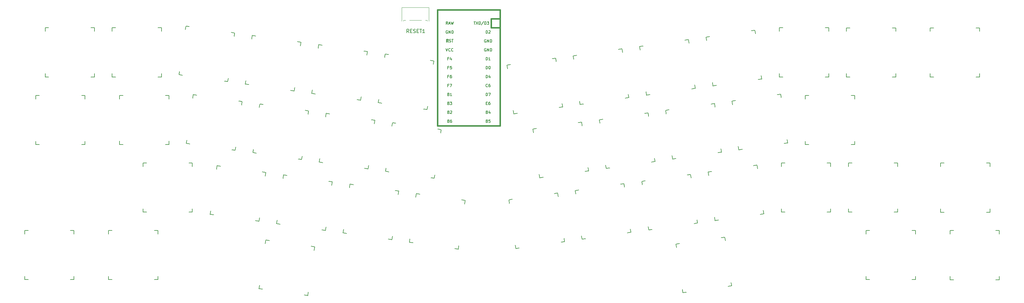
<source format=gto>
G04 #@! TF.GenerationSoftware,KiCad,Pcbnew,(5.99.0-9176-ga1730d51ff)*
G04 #@! TF.CreationDate,2021-11-18T23:05:27-06:00*
G04 #@! TF.ProjectId,Concerto,436f6e63-6572-4746-9f2e-6b696361645f,rev?*
G04 #@! TF.SameCoordinates,Original*
G04 #@! TF.FileFunction,Legend,Top*
G04 #@! TF.FilePolarity,Positive*
%FSLAX46Y46*%
G04 Gerber Fmt 4.6, Leading zero omitted, Abs format (unit mm)*
G04 Created by KiCad (PCBNEW (5.99.0-9176-ga1730d51ff)) date 2021-11-18 23:05:27*
%MOMM*%
%LPD*%
G01*
G04 APERTURE LIST*
%ADD10C,0.150000*%
%ADD11C,0.120000*%
%ADD12C,0.381000*%
%ADD13R,1.752600X1.752600*%
%ADD14C,1.752600*%
%ADD15C,1.701800*%
%ADD16C,3.987800*%
%ADD17C,3.000000*%
%ADD18C,2.100000*%
%ADD19C,1.200000*%
%ADD20C,1.750000*%
%ADD21C,3.048000*%
G04 APERTURE END LIST*
D10*
X181711428Y-74172380D02*
X181378095Y-73696190D01*
X181140000Y-74172380D02*
X181140000Y-73172380D01*
X181520952Y-73172380D01*
X181616190Y-73220000D01*
X181663809Y-73267619D01*
X181711428Y-73362857D01*
X181711428Y-73505714D01*
X181663809Y-73600952D01*
X181616190Y-73648571D01*
X181520952Y-73696190D01*
X181140000Y-73696190D01*
X182140000Y-73648571D02*
X182473333Y-73648571D01*
X182616190Y-74172380D02*
X182140000Y-74172380D01*
X182140000Y-73172380D01*
X182616190Y-73172380D01*
X182997142Y-74124761D02*
X183140000Y-74172380D01*
X183378095Y-74172380D01*
X183473333Y-74124761D01*
X183520952Y-74077142D01*
X183568571Y-73981904D01*
X183568571Y-73886666D01*
X183520952Y-73791428D01*
X183473333Y-73743809D01*
X183378095Y-73696190D01*
X183187619Y-73648571D01*
X183092380Y-73600952D01*
X183044761Y-73553333D01*
X182997142Y-73458095D01*
X182997142Y-73362857D01*
X183044761Y-73267619D01*
X183092380Y-73220000D01*
X183187619Y-73172380D01*
X183425714Y-73172380D01*
X183568571Y-73220000D01*
X183997142Y-73648571D02*
X184330476Y-73648571D01*
X184473333Y-74172380D02*
X183997142Y-74172380D01*
X183997142Y-73172380D01*
X184473333Y-73172380D01*
X184759047Y-73172380D02*
X185330476Y-73172380D01*
X185044761Y-74172380D02*
X185044761Y-73172380D01*
X186187619Y-74172380D02*
X185616190Y-74172380D01*
X185901904Y-74172380D02*
X185901904Y-73172380D01*
X185806666Y-73315238D01*
X185711428Y-73410476D01*
X185616190Y-73458095D01*
X203581476Y-76100000D02*
X203505285Y-76061904D01*
X203391000Y-76061904D01*
X203276714Y-76100000D01*
X203200523Y-76176190D01*
X203162428Y-76252380D01*
X203124333Y-76404761D01*
X203124333Y-76519047D01*
X203162428Y-76671428D01*
X203200523Y-76747619D01*
X203276714Y-76823809D01*
X203391000Y-76861904D01*
X203467190Y-76861904D01*
X203581476Y-76823809D01*
X203619571Y-76785714D01*
X203619571Y-76519047D01*
X203467190Y-76519047D01*
X203962428Y-76861904D02*
X203962428Y-76061904D01*
X204419571Y-76861904D01*
X204419571Y-76061904D01*
X204800523Y-76861904D02*
X204800523Y-76061904D01*
X204991000Y-76061904D01*
X205105285Y-76100000D01*
X205181476Y-76176190D01*
X205219571Y-76252380D01*
X205257666Y-76404761D01*
X205257666Y-76519047D01*
X205219571Y-76671428D01*
X205181476Y-76747619D01*
X205105285Y-76823809D01*
X204991000Y-76861904D01*
X204800523Y-76861904D01*
X203600523Y-84481904D02*
X203600523Y-83681904D01*
X203791000Y-83681904D01*
X203905285Y-83720000D01*
X203981476Y-83796190D01*
X204019571Y-83872380D01*
X204057666Y-84024761D01*
X204057666Y-84139047D01*
X204019571Y-84291428D01*
X203981476Y-84367619D01*
X203905285Y-84443809D01*
X203791000Y-84481904D01*
X203600523Y-84481904D01*
X204552904Y-83681904D02*
X204629095Y-83681904D01*
X204705285Y-83720000D01*
X204743380Y-83758095D01*
X204781476Y-83834285D01*
X204819571Y-83986666D01*
X204819571Y-84177142D01*
X204781476Y-84329523D01*
X204743380Y-84405714D01*
X204705285Y-84443809D01*
X204629095Y-84481904D01*
X204552904Y-84481904D01*
X204476714Y-84443809D01*
X204438619Y-84405714D01*
X204400523Y-84329523D01*
X204362428Y-84177142D01*
X204362428Y-83986666D01*
X204400523Y-83834285D01*
X204438619Y-83758095D01*
X204476714Y-83720000D01*
X204552904Y-83681904D01*
X192945190Y-99302857D02*
X193059476Y-99340952D01*
X193097571Y-99379047D01*
X193135666Y-99455238D01*
X193135666Y-99569523D01*
X193097571Y-99645714D01*
X193059476Y-99683809D01*
X192983285Y-99721904D01*
X192678523Y-99721904D01*
X192678523Y-98921904D01*
X192945190Y-98921904D01*
X193021380Y-98960000D01*
X193059476Y-98998095D01*
X193097571Y-99074285D01*
X193097571Y-99150476D01*
X193059476Y-99226666D01*
X193021380Y-99264761D01*
X192945190Y-99302857D01*
X192678523Y-99302857D01*
X193821380Y-98921904D02*
X193669000Y-98921904D01*
X193592809Y-98960000D01*
X193554714Y-98998095D01*
X193478523Y-99112380D01*
X193440428Y-99264761D01*
X193440428Y-99569523D01*
X193478523Y-99645714D01*
X193516619Y-99683809D01*
X193592809Y-99721904D01*
X193745190Y-99721904D01*
X193821380Y-99683809D01*
X193859476Y-99645714D01*
X193897571Y-99569523D01*
X193897571Y-99379047D01*
X193859476Y-99302857D01*
X193821380Y-99264761D01*
X193745190Y-99226666D01*
X193592809Y-99226666D01*
X193516619Y-99264761D01*
X193478523Y-99302857D01*
X193440428Y-99379047D01*
X193156666Y-76803809D02*
X193270952Y-76841904D01*
X193461428Y-76841904D01*
X193537619Y-76803809D01*
X193575714Y-76765714D01*
X193613809Y-76689523D01*
X193613809Y-76613333D01*
X193575714Y-76537142D01*
X193537619Y-76499047D01*
X193461428Y-76460952D01*
X193309047Y-76422857D01*
X193232857Y-76384761D01*
X193194761Y-76346666D01*
X193156666Y-76270476D01*
X193156666Y-76194285D01*
X193194761Y-76118095D01*
X193232857Y-76080000D01*
X193309047Y-76041904D01*
X193499523Y-76041904D01*
X193613809Y-76080000D01*
X193842380Y-76041904D02*
X194299523Y-76041904D01*
X194070952Y-76841904D02*
X194070952Y-76041904D01*
X203600523Y-87021904D02*
X203600523Y-86221904D01*
X203791000Y-86221904D01*
X203905285Y-86260000D01*
X203981476Y-86336190D01*
X204019571Y-86412380D01*
X204057666Y-86564761D01*
X204057666Y-86679047D01*
X204019571Y-86831428D01*
X203981476Y-86907619D01*
X203905285Y-86983809D01*
X203791000Y-87021904D01*
X203600523Y-87021904D01*
X204743380Y-86488571D02*
X204743380Y-87021904D01*
X204552904Y-86183809D02*
X204362428Y-86755238D01*
X204857666Y-86755238D01*
X203600523Y-92101904D02*
X203600523Y-91301904D01*
X203791000Y-91301904D01*
X203905285Y-91340000D01*
X203981476Y-91416190D01*
X204019571Y-91492380D01*
X204057666Y-91644761D01*
X204057666Y-91759047D01*
X204019571Y-91911428D01*
X203981476Y-91987619D01*
X203905285Y-92063809D01*
X203791000Y-92101904D01*
X203600523Y-92101904D01*
X204324333Y-91301904D02*
X204857666Y-91301904D01*
X204514809Y-92101904D01*
X200111395Y-70981904D02*
X200568538Y-70981904D01*
X200339967Y-71781904D02*
X200339967Y-70981904D01*
X200759014Y-70981904D02*
X201292348Y-71781904D01*
X201292348Y-70981904D02*
X200759014Y-71781904D01*
X201749491Y-70981904D02*
X201825681Y-70981904D01*
X201901872Y-71020000D01*
X201939967Y-71058095D01*
X201978062Y-71134285D01*
X202016157Y-71286666D01*
X202016157Y-71477142D01*
X201978062Y-71629523D01*
X201939967Y-71705714D01*
X201901872Y-71743809D01*
X201825681Y-71781904D01*
X201749491Y-71781904D01*
X201673300Y-71743809D01*
X201635205Y-71705714D01*
X201597110Y-71629523D01*
X201559014Y-71477142D01*
X201559014Y-71286666D01*
X201597110Y-71134285D01*
X201635205Y-71058095D01*
X201673300Y-71020000D01*
X201749491Y-70981904D01*
X202930443Y-70943809D02*
X202244729Y-71972380D01*
X203197110Y-71781904D02*
X203197110Y-70981904D01*
X203387586Y-70981904D01*
X203501872Y-71020000D01*
X203578062Y-71096190D01*
X203616157Y-71172380D01*
X203654252Y-71324761D01*
X203654252Y-71439047D01*
X203616157Y-71591428D01*
X203578062Y-71667619D01*
X203501872Y-71743809D01*
X203387586Y-71781904D01*
X203197110Y-71781904D01*
X203920919Y-70981904D02*
X204416157Y-70981904D01*
X204149491Y-71286666D01*
X204263776Y-71286666D01*
X204339967Y-71324761D01*
X204378062Y-71362857D01*
X204416157Y-71439047D01*
X204416157Y-71629523D01*
X204378062Y-71705714D01*
X204339967Y-71743809D01*
X204263776Y-71781904D01*
X204035205Y-71781904D01*
X203959014Y-71743809D01*
X203920919Y-71705714D01*
X193002333Y-89142857D02*
X192735666Y-89142857D01*
X192735666Y-89561904D02*
X192735666Y-88761904D01*
X193116619Y-88761904D01*
X193345190Y-88761904D02*
X193878523Y-88761904D01*
X193535666Y-89561904D01*
X203867190Y-96762857D02*
X203981476Y-96800952D01*
X204019571Y-96839047D01*
X204057666Y-96915238D01*
X204057666Y-97029523D01*
X204019571Y-97105714D01*
X203981476Y-97143809D01*
X203905285Y-97181904D01*
X203600523Y-97181904D01*
X203600523Y-96381904D01*
X203867190Y-96381904D01*
X203943380Y-96420000D01*
X203981476Y-96458095D01*
X204019571Y-96534285D01*
X204019571Y-96610476D01*
X203981476Y-96686666D01*
X203943380Y-96724761D01*
X203867190Y-96762857D01*
X203600523Y-96762857D01*
X204743380Y-96648571D02*
X204743380Y-97181904D01*
X204552904Y-96343809D02*
X204362428Y-96915238D01*
X204857666Y-96915238D01*
X203600523Y-74321904D02*
X203600523Y-73521904D01*
X203791000Y-73521904D01*
X203905285Y-73560000D01*
X203981476Y-73636190D01*
X204019571Y-73712380D01*
X204057666Y-73864761D01*
X204057666Y-73979047D01*
X204019571Y-74131428D01*
X203981476Y-74207619D01*
X203905285Y-74283809D01*
X203791000Y-74321904D01*
X203600523Y-74321904D01*
X204362428Y-73598095D02*
X204400523Y-73560000D01*
X204476714Y-73521904D01*
X204667190Y-73521904D01*
X204743380Y-73560000D01*
X204781476Y-73598095D01*
X204819571Y-73674285D01*
X204819571Y-73750476D01*
X204781476Y-73864761D01*
X204324333Y-74321904D01*
X204819571Y-74321904D01*
X203867190Y-99302857D02*
X203981476Y-99340952D01*
X204019571Y-99379047D01*
X204057666Y-99455238D01*
X204057666Y-99569523D01*
X204019571Y-99645714D01*
X203981476Y-99683809D01*
X203905285Y-99721904D01*
X203600523Y-99721904D01*
X203600523Y-98921904D01*
X203867190Y-98921904D01*
X203943380Y-98960000D01*
X203981476Y-98998095D01*
X204019571Y-99074285D01*
X204019571Y-99150476D01*
X203981476Y-99226666D01*
X203943380Y-99264761D01*
X203867190Y-99302857D01*
X203600523Y-99302857D01*
X204781476Y-98921904D02*
X204400523Y-98921904D01*
X204362428Y-99302857D01*
X204400523Y-99264761D01*
X204476714Y-99226666D01*
X204667190Y-99226666D01*
X204743380Y-99264761D01*
X204781476Y-99302857D01*
X204819571Y-99379047D01*
X204819571Y-99569523D01*
X204781476Y-99645714D01*
X204743380Y-99683809D01*
X204667190Y-99721904D01*
X204476714Y-99721904D01*
X204400523Y-99683809D01*
X204362428Y-99645714D01*
X203600523Y-81941904D02*
X203600523Y-81141904D01*
X203791000Y-81141904D01*
X203905285Y-81180000D01*
X203981476Y-81256190D01*
X204019571Y-81332380D01*
X204057666Y-81484761D01*
X204057666Y-81599047D01*
X204019571Y-81751428D01*
X203981476Y-81827619D01*
X203905285Y-81903809D01*
X203791000Y-81941904D01*
X203600523Y-81941904D01*
X204819571Y-81941904D02*
X204362428Y-81941904D01*
X204591000Y-81941904D02*
X204591000Y-81141904D01*
X204514809Y-81256190D01*
X204438619Y-81332380D01*
X204362428Y-81370476D01*
X192659476Y-73560000D02*
X192583285Y-73521904D01*
X192469000Y-73521904D01*
X192354714Y-73560000D01*
X192278523Y-73636190D01*
X192240428Y-73712380D01*
X192202333Y-73864761D01*
X192202333Y-73979047D01*
X192240428Y-74131428D01*
X192278523Y-74207619D01*
X192354714Y-74283809D01*
X192469000Y-74321904D01*
X192545190Y-74321904D01*
X192659476Y-74283809D01*
X192697571Y-74245714D01*
X192697571Y-73979047D01*
X192545190Y-73979047D01*
X193040428Y-74321904D02*
X193040428Y-73521904D01*
X193497571Y-74321904D01*
X193497571Y-73521904D01*
X193878523Y-74321904D02*
X193878523Y-73521904D01*
X194069000Y-73521904D01*
X194183285Y-73560000D01*
X194259476Y-73636190D01*
X194297571Y-73712380D01*
X194335666Y-73864761D01*
X194335666Y-73979047D01*
X194297571Y-74131428D01*
X194259476Y-74207619D01*
X194183285Y-74283809D01*
X194069000Y-74321904D01*
X193878523Y-74321904D01*
X192945190Y-94222857D02*
X193059476Y-94260952D01*
X193097571Y-94299047D01*
X193135666Y-94375238D01*
X193135666Y-94489523D01*
X193097571Y-94565714D01*
X193059476Y-94603809D01*
X192983285Y-94641904D01*
X192678523Y-94641904D01*
X192678523Y-93841904D01*
X192945190Y-93841904D01*
X193021380Y-93880000D01*
X193059476Y-93918095D01*
X193097571Y-93994285D01*
X193097571Y-94070476D01*
X193059476Y-94146666D01*
X193021380Y-94184761D01*
X192945190Y-94222857D01*
X192678523Y-94222857D01*
X193402333Y-93841904D02*
X193897571Y-93841904D01*
X193630904Y-94146666D01*
X193745190Y-94146666D01*
X193821380Y-94184761D01*
X193859476Y-94222857D01*
X193897571Y-94299047D01*
X193897571Y-94489523D01*
X193859476Y-94565714D01*
X193821380Y-94603809D01*
X193745190Y-94641904D01*
X193516619Y-94641904D01*
X193440428Y-94603809D01*
X193402333Y-94565714D01*
X204057666Y-89485714D02*
X204019571Y-89523809D01*
X203905285Y-89561904D01*
X203829095Y-89561904D01*
X203714809Y-89523809D01*
X203638619Y-89447619D01*
X203600523Y-89371428D01*
X203562428Y-89219047D01*
X203562428Y-89104761D01*
X203600523Y-88952380D01*
X203638619Y-88876190D01*
X203714809Y-88800000D01*
X203829095Y-88761904D01*
X203905285Y-88761904D01*
X204019571Y-88800000D01*
X204057666Y-88838095D01*
X204743380Y-88761904D02*
X204591000Y-88761904D01*
X204514809Y-88800000D01*
X204476714Y-88838095D01*
X204400523Y-88952380D01*
X204362428Y-89104761D01*
X204362428Y-89409523D01*
X204400523Y-89485714D01*
X204438619Y-89523809D01*
X204514809Y-89561904D01*
X204667190Y-89561904D01*
X204743380Y-89523809D01*
X204781476Y-89485714D01*
X204819571Y-89409523D01*
X204819571Y-89219047D01*
X204781476Y-89142857D01*
X204743380Y-89104761D01*
X204667190Y-89066666D01*
X204514809Y-89066666D01*
X204438619Y-89104761D01*
X204400523Y-89142857D01*
X204362428Y-89219047D01*
X193002333Y-84062857D02*
X192735666Y-84062857D01*
X192735666Y-84481904D02*
X192735666Y-83681904D01*
X193116619Y-83681904D01*
X193802333Y-83681904D02*
X193421380Y-83681904D01*
X193383285Y-84062857D01*
X193421380Y-84024761D01*
X193497571Y-83986666D01*
X193688047Y-83986666D01*
X193764238Y-84024761D01*
X193802333Y-84062857D01*
X193840428Y-84139047D01*
X193840428Y-84329523D01*
X193802333Y-84405714D01*
X193764238Y-84443809D01*
X193688047Y-84481904D01*
X193497571Y-84481904D01*
X193421380Y-84443809D01*
X193383285Y-84405714D01*
X192945190Y-91682857D02*
X193059476Y-91720952D01*
X193097571Y-91759047D01*
X193135666Y-91835238D01*
X193135666Y-91949523D01*
X193097571Y-92025714D01*
X193059476Y-92063809D01*
X192983285Y-92101904D01*
X192678523Y-92101904D01*
X192678523Y-91301904D01*
X192945190Y-91301904D01*
X193021380Y-91340000D01*
X193059476Y-91378095D01*
X193097571Y-91454285D01*
X193097571Y-91530476D01*
X193059476Y-91606666D01*
X193021380Y-91644761D01*
X192945190Y-91682857D01*
X192678523Y-91682857D01*
X193897571Y-92101904D02*
X193440428Y-92101904D01*
X193669000Y-92101904D02*
X193669000Y-91301904D01*
X193592809Y-91416190D01*
X193516619Y-91492380D01*
X193440428Y-91530476D01*
X192945190Y-96762857D02*
X193059476Y-96800952D01*
X193097571Y-96839047D01*
X193135666Y-96915238D01*
X193135666Y-97029523D01*
X193097571Y-97105714D01*
X193059476Y-97143809D01*
X192983285Y-97181904D01*
X192678523Y-97181904D01*
X192678523Y-96381904D01*
X192945190Y-96381904D01*
X193021380Y-96420000D01*
X193059476Y-96458095D01*
X193097571Y-96534285D01*
X193097571Y-96610476D01*
X193059476Y-96686666D01*
X193021380Y-96724761D01*
X192945190Y-96762857D01*
X192678523Y-96762857D01*
X193440428Y-96458095D02*
X193478523Y-96420000D01*
X193554714Y-96381904D01*
X193745190Y-96381904D01*
X193821380Y-96420000D01*
X193859476Y-96458095D01*
X193897571Y-96534285D01*
X193897571Y-96610476D01*
X193859476Y-96724761D01*
X193402333Y-97181904D01*
X193897571Y-97181904D01*
X192716619Y-71781904D02*
X192449952Y-71400952D01*
X192259476Y-71781904D02*
X192259476Y-70981904D01*
X192564238Y-70981904D01*
X192640428Y-71020000D01*
X192678523Y-71058095D01*
X192716619Y-71134285D01*
X192716619Y-71248571D01*
X192678523Y-71324761D01*
X192640428Y-71362857D01*
X192564238Y-71400952D01*
X192259476Y-71400952D01*
X193021380Y-71553333D02*
X193402333Y-71553333D01*
X192945190Y-71781904D02*
X193211857Y-70981904D01*
X193478523Y-71781904D01*
X193669000Y-70981904D02*
X193859476Y-71781904D01*
X194011857Y-71210476D01*
X194164238Y-71781904D01*
X194354714Y-70981904D01*
X192202333Y-78601904D02*
X192469000Y-79401904D01*
X192735666Y-78601904D01*
X193459476Y-79325714D02*
X193421380Y-79363809D01*
X193307095Y-79401904D01*
X193230904Y-79401904D01*
X193116619Y-79363809D01*
X193040428Y-79287619D01*
X193002333Y-79211428D01*
X192964238Y-79059047D01*
X192964238Y-78944761D01*
X193002333Y-78792380D01*
X193040428Y-78716190D01*
X193116619Y-78640000D01*
X193230904Y-78601904D01*
X193307095Y-78601904D01*
X193421380Y-78640000D01*
X193459476Y-78678095D01*
X194259476Y-79325714D02*
X194221380Y-79363809D01*
X194107095Y-79401904D01*
X194030904Y-79401904D01*
X193916619Y-79363809D01*
X193840428Y-79287619D01*
X193802333Y-79211428D01*
X193764238Y-79059047D01*
X193764238Y-78944761D01*
X193802333Y-78792380D01*
X193840428Y-78716190D01*
X193916619Y-78640000D01*
X194030904Y-78601904D01*
X194107095Y-78601904D01*
X194221380Y-78640000D01*
X194259476Y-78678095D01*
X193002333Y-86602857D02*
X192735666Y-86602857D01*
X192735666Y-87021904D02*
X192735666Y-86221904D01*
X193116619Y-86221904D01*
X193764238Y-86221904D02*
X193611857Y-86221904D01*
X193535666Y-86260000D01*
X193497571Y-86298095D01*
X193421380Y-86412380D01*
X193383285Y-86564761D01*
X193383285Y-86869523D01*
X193421380Y-86945714D01*
X193459476Y-86983809D01*
X193535666Y-87021904D01*
X193688047Y-87021904D01*
X193764238Y-86983809D01*
X193802333Y-86945714D01*
X193840428Y-86869523D01*
X193840428Y-86679047D01*
X193802333Y-86602857D01*
X193764238Y-86564761D01*
X193688047Y-86526666D01*
X193535666Y-86526666D01*
X193459476Y-86564761D01*
X193421380Y-86602857D01*
X193383285Y-86679047D01*
X203638619Y-94222857D02*
X203905285Y-94222857D01*
X204019571Y-94641904D02*
X203638619Y-94641904D01*
X203638619Y-93841904D01*
X204019571Y-93841904D01*
X204705285Y-93841904D02*
X204552904Y-93841904D01*
X204476714Y-93880000D01*
X204438619Y-93918095D01*
X204362428Y-94032380D01*
X204324333Y-94184761D01*
X204324333Y-94489523D01*
X204362428Y-94565714D01*
X204400523Y-94603809D01*
X204476714Y-94641904D01*
X204629095Y-94641904D01*
X204705285Y-94603809D01*
X204743380Y-94565714D01*
X204781476Y-94489523D01*
X204781476Y-94299047D01*
X204743380Y-94222857D01*
X204705285Y-94184761D01*
X204629095Y-94146666D01*
X204476714Y-94146666D01*
X204400523Y-94184761D01*
X204362428Y-94222857D01*
X204324333Y-94299047D01*
X203581476Y-78640000D02*
X203505285Y-78601904D01*
X203391000Y-78601904D01*
X203276714Y-78640000D01*
X203200523Y-78716190D01*
X203162428Y-78792380D01*
X203124333Y-78944761D01*
X203124333Y-79059047D01*
X203162428Y-79211428D01*
X203200523Y-79287619D01*
X203276714Y-79363809D01*
X203391000Y-79401904D01*
X203467190Y-79401904D01*
X203581476Y-79363809D01*
X203619571Y-79325714D01*
X203619571Y-79059047D01*
X203467190Y-79059047D01*
X203962428Y-79401904D02*
X203962428Y-78601904D01*
X204419571Y-79401904D01*
X204419571Y-78601904D01*
X204800523Y-79401904D02*
X204800523Y-78601904D01*
X204991000Y-78601904D01*
X205105285Y-78640000D01*
X205181476Y-78716190D01*
X205219571Y-78792380D01*
X205257666Y-78944761D01*
X205257666Y-79059047D01*
X205219571Y-79211428D01*
X205181476Y-79287619D01*
X205105285Y-79363809D01*
X204991000Y-79401904D01*
X204800523Y-79401904D01*
X193002333Y-81522857D02*
X192735666Y-81522857D01*
X192735666Y-81941904D02*
X192735666Y-81141904D01*
X193116619Y-81141904D01*
X193764238Y-81408571D02*
X193764238Y-81941904D01*
X193573761Y-81103809D02*
X193383285Y-81675238D01*
X193878523Y-81675238D01*
X288500000Y-111240000D02*
X287500000Y-111240000D01*
X287500000Y-112240000D02*
X287500000Y-111240000D01*
X300500000Y-125240000D02*
X301500000Y-125240000D01*
X287500000Y-125240000D02*
X287500000Y-124240000D01*
X287500000Y-125240000D02*
X288500000Y-125240000D01*
X301500000Y-124240000D02*
X301500000Y-125240000D01*
X301500000Y-111240000D02*
X300500000Y-111240000D01*
X301500000Y-111240000D02*
X301500000Y-112240000D01*
X137383912Y-108297665D02*
X138374180Y-108436838D01*
X137383912Y-108297665D02*
X137523085Y-107307397D01*
X139193162Y-95424180D02*
X139332335Y-94433912D01*
X140322603Y-94573085D02*
X139332335Y-94433912D01*
X153196088Y-96382335D02*
X152205820Y-96243162D01*
X150257397Y-110106915D02*
X151247665Y-110246088D01*
X151386838Y-109255820D02*
X151247665Y-110246088D01*
X153196088Y-96382335D02*
X153056915Y-97372603D01*
D11*
X186325000Y-70592500D02*
X186865000Y-70592500D01*
X180185000Y-70592500D02*
X180725000Y-70592500D01*
X186865000Y-70592500D02*
X186865000Y-70822500D01*
X180185000Y-70592500D02*
X180185000Y-70822500D01*
X181825000Y-70592500D02*
X185225000Y-70592500D01*
X179665000Y-66922500D02*
X187385000Y-66922500D01*
X187385000Y-66922500D02*
X187385000Y-70822500D01*
X179665000Y-66922500D02*
X179665000Y-70822500D01*
D10*
X169926088Y-79512335D02*
X169786915Y-80502603D01*
X168116838Y-92385820D02*
X167977665Y-93376088D01*
X154113912Y-91427665D02*
X154253085Y-90437397D01*
X155923162Y-78554180D02*
X156062335Y-77563912D01*
X154113912Y-91427665D02*
X155104180Y-91566838D01*
X157052603Y-77703085D02*
X156062335Y-77563912D01*
X169926088Y-79512335D02*
X168935820Y-79373162D01*
X166987397Y-93236915D02*
X167977665Y-93376088D01*
X244616915Y-129997397D02*
X244756088Y-130987665D01*
X243765820Y-131126838D02*
X244756088Y-130987665D01*
X229934180Y-118933162D02*
X228943912Y-119072335D01*
X242807665Y-117123912D02*
X241817397Y-117263085D01*
X230892335Y-132936088D02*
X230753162Y-131945820D01*
X242807665Y-117123912D02*
X242946838Y-118114180D01*
X230892335Y-132936088D02*
X231882603Y-132796915D01*
X229083085Y-120062603D02*
X228943912Y-119072335D01*
X99500000Y-106000000D02*
X99500000Y-105000000D01*
X113500000Y-92000000D02*
X113500000Y-93000000D01*
X113500000Y-105000000D02*
X113500000Y-106000000D01*
X99500000Y-106000000D02*
X100500000Y-106000000D01*
X100500000Y-92000000D02*
X99500000Y-92000000D01*
X112500000Y-106000000D02*
X113500000Y-106000000D01*
X113500000Y-92000000D02*
X112500000Y-92000000D01*
X99500000Y-93000000D02*
X99500000Y-92000000D01*
X86530000Y-143470000D02*
X86530000Y-144470000D01*
X85530000Y-144470000D02*
X86530000Y-144470000D01*
X86530000Y-130470000D02*
X85530000Y-130470000D01*
X73530000Y-130470000D02*
X72530000Y-130470000D01*
X72530000Y-144470000D02*
X73530000Y-144470000D01*
X72530000Y-144470000D02*
X72530000Y-143470000D01*
X86530000Y-130470000D02*
X86530000Y-131470000D01*
X72530000Y-131470000D02*
X72530000Y-130470000D01*
X181843912Y-133817665D02*
X181983085Y-132827397D01*
X183653162Y-120944180D02*
X183792335Y-119953912D01*
X195846838Y-134775820D02*
X195707665Y-135766088D01*
X197656088Y-121902335D02*
X196665820Y-121763162D01*
X197656088Y-121902335D02*
X197516915Y-122892603D01*
X194717397Y-135626915D02*
X195707665Y-135766088D01*
X184782603Y-120093085D02*
X183792335Y-119953912D01*
X181843912Y-133817665D02*
X182834180Y-133956838D01*
X268517665Y-94303912D02*
X267527397Y-94443085D01*
X254793085Y-97242603D02*
X254653912Y-96252335D01*
X268517665Y-94303912D02*
X268656838Y-95294180D01*
X255644180Y-96113162D02*
X254653912Y-96252335D01*
X269475820Y-108306838D02*
X270466088Y-108167665D01*
X256602335Y-110116088D02*
X256463162Y-109125820D01*
X256602335Y-110116088D02*
X257592603Y-109976915D01*
X270326915Y-107177397D02*
X270466088Y-108167665D01*
X175053912Y-113647665D02*
X175193085Y-112657397D01*
X187927397Y-115456915D02*
X188917665Y-115596088D01*
X175053912Y-113647665D02*
X176044180Y-113786838D01*
X190866088Y-101732335D02*
X190726915Y-102722603D01*
X176863162Y-100774180D02*
X177002335Y-99783912D01*
X189056838Y-114605820D02*
X188917665Y-115596088D01*
X177992603Y-99923085D02*
X177002335Y-99783912D01*
X190866088Y-101732335D02*
X189875820Y-101593162D01*
X250605820Y-110976838D02*
X251596088Y-110837665D01*
X249647665Y-96973912D02*
X249786838Y-97964180D01*
X237732335Y-112786088D02*
X237593162Y-111795820D01*
X249647665Y-96973912D02*
X248657397Y-97113085D01*
X251456915Y-109847397D02*
X251596088Y-110837665D01*
X236774180Y-98783162D02*
X235783912Y-98922335D01*
X235923085Y-99912603D02*
X235783912Y-98922335D01*
X237732335Y-112786088D02*
X238722603Y-112646915D01*
X212052335Y-135606088D02*
X211913162Y-134615820D01*
X223967665Y-119793912D02*
X224106838Y-120784180D01*
X224925820Y-133796838D02*
X225916088Y-133657665D01*
X225776915Y-132667397D02*
X225916088Y-133657665D01*
X212052335Y-135606088D02*
X213042603Y-135466915D01*
X210243085Y-122732603D02*
X210103912Y-121742335D01*
X223967665Y-119793912D02*
X222977397Y-119933085D01*
X211094180Y-121603162D02*
X210103912Y-121742335D01*
X97390000Y-86750000D02*
X97390000Y-85750000D01*
X97390000Y-73750000D02*
X97390000Y-72750000D01*
X111390000Y-72750000D02*
X111390000Y-73750000D01*
X97390000Y-86750000D02*
X98390000Y-86750000D01*
X111390000Y-85750000D02*
X111390000Y-86750000D01*
X111390000Y-72750000D02*
X110390000Y-72750000D01*
X110390000Y-86750000D02*
X111390000Y-86750000D01*
X98390000Y-72750000D02*
X97390000Y-72750000D01*
X165932603Y-117413085D02*
X164942335Y-117273912D01*
X176996838Y-132095820D02*
X176857665Y-133086088D01*
X178806088Y-119222335D02*
X177815820Y-119083162D01*
X162993912Y-131137665D02*
X163133085Y-130147397D01*
X162993912Y-131137665D02*
X163984180Y-131276838D01*
X175867397Y-132946915D02*
X176857665Y-133086088D01*
X178806088Y-119222335D02*
X178666915Y-120212603D01*
X164803162Y-118264180D02*
X164942335Y-117273912D01*
X158116838Y-129465820D02*
X157977665Y-130456088D01*
X159926088Y-116592335D02*
X158935820Y-116453162D01*
X144113912Y-128507665D02*
X145104180Y-128646838D01*
X156987397Y-130316915D02*
X157977665Y-130456088D01*
X145923162Y-115634180D02*
X146062335Y-114643912D01*
X159926088Y-116592335D02*
X159786915Y-117582603D01*
X144113912Y-128507665D02*
X144253085Y-127517397D01*
X147052603Y-114783085D02*
X146062335Y-114643912D01*
X273613085Y-94602603D02*
X273473912Y-93612335D01*
X289146915Y-104537397D02*
X289286088Y-105527665D01*
X287337665Y-91663912D02*
X286347397Y-91803085D01*
X288295820Y-105666838D02*
X289286088Y-105527665D01*
X287337665Y-91663912D02*
X287476838Y-92654180D01*
X274464180Y-93473162D02*
X273473912Y-93612335D01*
X275422335Y-107476088D02*
X275283162Y-106485820D01*
X275422335Y-107476088D02*
X276412603Y-107336915D01*
X107170000Y-111240000D02*
X106170000Y-111240000D01*
X120170000Y-111240000D02*
X120170000Y-112240000D01*
X119170000Y-125240000D02*
X120170000Y-125240000D01*
X106170000Y-125240000D02*
X107170000Y-125240000D01*
X106170000Y-112240000D02*
X106170000Y-111240000D01*
X120170000Y-124240000D02*
X120170000Y-125240000D01*
X120170000Y-111240000D02*
X119170000Y-111240000D01*
X106170000Y-125240000D02*
X106170000Y-124240000D01*
X349440000Y-143490000D02*
X349440000Y-144490000D01*
X335440000Y-131490000D02*
X335440000Y-130490000D01*
X349440000Y-130490000D02*
X348440000Y-130490000D01*
X335440000Y-144490000D02*
X336440000Y-144490000D01*
X348440000Y-144490000D02*
X349440000Y-144490000D01*
X335440000Y-144490000D02*
X335440000Y-143490000D01*
X336440000Y-130490000D02*
X335440000Y-130490000D01*
X349440000Y-130490000D02*
X349440000Y-131490000D01*
X188806088Y-82172335D02*
X187815820Y-82033162D01*
X175932603Y-80363085D02*
X174942335Y-80223912D01*
X188806088Y-82172335D02*
X188666915Y-83162603D01*
X172993912Y-94087665D02*
X173133085Y-93097397D01*
X174803162Y-81214180D02*
X174942335Y-80223912D01*
X185867397Y-95896915D02*
X186857665Y-96036088D01*
X172993912Y-94087665D02*
X173984180Y-94226838D01*
X186996838Y-95045820D02*
X186857665Y-96036088D01*
X127053162Y-112984180D02*
X127192335Y-111993912D01*
X141056088Y-113942335D02*
X140916915Y-114932603D01*
X125243912Y-125857665D02*
X125383085Y-124867397D01*
X141056088Y-113942335D02*
X140065820Y-113803162D01*
X128182603Y-112133085D02*
X127192335Y-111993912D01*
X138117397Y-127666915D02*
X139107665Y-127806088D01*
X125243912Y-125857665D02*
X126234180Y-125996838D01*
X139246838Y-126815820D02*
X139107665Y-127806088D01*
X259532335Y-148186089D02*
X259393162Y-147195821D01*
X272405820Y-146376839D02*
X273396088Y-146237666D01*
X258574180Y-134183163D02*
X257583912Y-134322336D01*
X259532335Y-148186089D02*
X260522603Y-148046916D01*
X257723085Y-135312604D02*
X257583912Y-134322336D01*
X271447665Y-132373913D02*
X270457397Y-132513086D01*
X273256915Y-145247398D02*
X273396088Y-146237666D01*
X271447665Y-132373913D02*
X271586838Y-133364181D01*
X134296088Y-93752335D02*
X133305820Y-93613162D01*
X132486838Y-106625820D02*
X132347665Y-107616088D01*
X118483912Y-105667665D02*
X119474180Y-105806838D01*
X134296088Y-93752335D02*
X134156915Y-94742603D01*
X131357397Y-107476915D02*
X132347665Y-107616088D01*
X118483912Y-105667665D02*
X118623085Y-104677397D01*
X120293162Y-92794180D02*
X120432335Y-91803912D01*
X121422603Y-91943085D02*
X120432335Y-91803912D01*
X217894180Y-101433162D02*
X216903912Y-101572335D01*
X230767665Y-99623912D02*
X230906838Y-100614180D01*
X218852335Y-115436088D02*
X219842603Y-115296915D01*
X230767665Y-99623912D02*
X229777397Y-99763085D01*
X218852335Y-115436088D02*
X218713162Y-114445820D01*
X232576915Y-112497397D02*
X232716088Y-113487665D01*
X217043085Y-102562603D02*
X216903912Y-101572335D01*
X231725820Y-113626838D02*
X232716088Y-113487665D01*
X135223912Y-88787665D02*
X136214180Y-88926838D01*
X151036088Y-76872335D02*
X150045820Y-76733162D01*
X137033162Y-75914180D02*
X137172335Y-74923912D01*
X138162603Y-75063085D02*
X137172335Y-74923912D01*
X135223912Y-88787665D02*
X135363085Y-87797397D01*
X149226838Y-89745820D02*
X149087665Y-90736088D01*
X148097397Y-90596915D02*
X149087665Y-90736088D01*
X151036088Y-76872335D02*
X150896915Y-77862603D01*
X110360000Y-130470000D02*
X110360000Y-131470000D01*
X96360000Y-144470000D02*
X97360000Y-144470000D01*
X109360000Y-144470000D02*
X110360000Y-144470000D01*
X110360000Y-143470000D02*
X110360000Y-144470000D01*
X110360000Y-130470000D02*
X109360000Y-130470000D01*
X96360000Y-144470000D02*
X96360000Y-143470000D01*
X96360000Y-131470000D02*
X96360000Y-130470000D01*
X97360000Y-130470000D02*
X96360000Y-130470000D01*
X319000000Y-86770000D02*
X320000000Y-86770000D01*
X320000000Y-72770000D02*
X319000000Y-72770000D01*
X320000000Y-72770000D02*
X320000000Y-73770000D01*
X306000000Y-73770000D02*
X306000000Y-72770000D01*
X307000000Y-72770000D02*
X306000000Y-72770000D01*
X306000000Y-86770000D02*
X306000000Y-85770000D01*
X320000000Y-85770000D02*
X320000000Y-86770000D01*
X306000000Y-86770000D02*
X307000000Y-86770000D01*
X230322335Y-94581119D02*
X230183162Y-93590851D01*
X242237665Y-78768943D02*
X241247397Y-78908116D01*
X228513085Y-81707634D02*
X228373912Y-80717366D01*
X230322335Y-94581119D02*
X231312603Y-94441946D01*
X244046915Y-91642428D02*
X244186088Y-92632696D01*
X242237665Y-78768943D02*
X242376838Y-79759211D01*
X229364180Y-80578193D02*
X228373912Y-80717366D01*
X243195820Y-92771869D02*
X244186088Y-92632696D01*
X286970000Y-86750000D02*
X286970000Y-85750000D01*
X286970000Y-86750000D02*
X287970000Y-86750000D01*
X299970000Y-86750000D02*
X300970000Y-86750000D01*
X300970000Y-72750000D02*
X299970000Y-72750000D01*
X286970000Y-73750000D02*
X286970000Y-72750000D01*
X300970000Y-85750000D02*
X300970000Y-86750000D01*
X300970000Y-72750000D02*
X300970000Y-73750000D01*
X287970000Y-72750000D02*
X286970000Y-72750000D01*
X211482335Y-97231119D02*
X212472603Y-97091946D01*
X210524180Y-83228193D02*
X209533912Y-83367366D01*
X223397665Y-81418943D02*
X222407397Y-81558116D01*
X209673085Y-84357634D02*
X209533912Y-83367366D01*
X225206915Y-94292428D02*
X225346088Y-95282696D01*
X224355820Y-95421869D02*
X225346088Y-95282696D01*
X211482335Y-97231119D02*
X211343162Y-96240851D01*
X223397665Y-81418943D02*
X223536838Y-82409211D01*
X119322603Y-72403085D02*
X118332335Y-72263912D01*
X132196088Y-74212335D02*
X131205820Y-74073162D01*
X132196088Y-74212335D02*
X132056915Y-75202603D01*
X130386838Y-87085820D02*
X130247665Y-88076088D01*
X129257397Y-87936915D02*
X130247665Y-88076088D01*
X118193162Y-73254180D02*
X118332335Y-72263912D01*
X116383912Y-86127665D02*
X117374180Y-86266838D01*
X116383912Y-86127665D02*
X116523085Y-85137397D01*
X172046088Y-99062335D02*
X171055820Y-98923162D01*
X156233912Y-110977665D02*
X157224180Y-111116838D01*
X158043162Y-98104180D02*
X158182335Y-97113912D01*
X159172603Y-97253085D02*
X158182335Y-97113912D01*
X156233912Y-110977665D02*
X156373085Y-109987397D01*
X172046088Y-99062335D02*
X171906915Y-100052603D01*
X170236838Y-111935820D02*
X170097665Y-112926088D01*
X169107397Y-112786915D02*
X170097665Y-112926088D01*
X311610000Y-144470000D02*
X311610000Y-143470000D01*
X325610000Y-143470000D02*
X325610000Y-144470000D01*
X311610000Y-144470000D02*
X312610000Y-144470000D01*
X324610000Y-144470000D02*
X325610000Y-144470000D01*
X311610000Y-131470000D02*
X311610000Y-130470000D01*
X325610000Y-130470000D02*
X324610000Y-130470000D01*
X312610000Y-130470000D02*
X311610000Y-130470000D01*
X325610000Y-130470000D02*
X325610000Y-131470000D01*
X248854180Y-116313162D02*
X247863912Y-116452335D01*
X263536915Y-127377397D02*
X263676088Y-128367665D01*
X261727665Y-114503912D02*
X261866838Y-115494180D01*
X262685820Y-128506838D02*
X263676088Y-128367665D01*
X248003085Y-117442603D02*
X247863912Y-116452335D01*
X261727665Y-114503912D02*
X260737397Y-114643085D01*
X249812335Y-130316088D02*
X249673162Y-129325820D01*
X249812335Y-130316088D02*
X250802603Y-130176915D01*
X151977397Y-148846915D02*
X152967665Y-148986088D01*
X154916088Y-135122335D02*
X153925820Y-134983162D01*
X153106838Y-147995820D02*
X152967665Y-148986088D01*
X139103912Y-147037665D02*
X140094180Y-147176838D01*
X154916088Y-135122335D02*
X154776915Y-136112603D01*
X140913162Y-134164180D02*
X141052335Y-133173912D01*
X139103912Y-147037665D02*
X139243085Y-146047397D01*
X142042603Y-133313085D02*
X141052335Y-133173912D01*
X279987665Y-73458943D02*
X278997397Y-73598116D01*
X266263085Y-76397634D02*
X266123912Y-75407366D01*
X268072335Y-89271119D02*
X267933162Y-88280851D01*
X281796915Y-86332428D02*
X281936088Y-87322696D01*
X267114180Y-75268193D02*
X266123912Y-75407366D01*
X280945820Y-87461869D02*
X281936088Y-87322696D01*
X268072335Y-89271119D02*
X269062603Y-89131946D01*
X279987665Y-73458943D02*
X280126838Y-74449211D01*
X329805000Y-73770000D02*
X329805000Y-72770000D01*
X343805000Y-72770000D02*
X343805000Y-73770000D01*
X343805000Y-85770000D02*
X343805000Y-86770000D01*
X343805000Y-72770000D02*
X342805000Y-72770000D01*
X330805000Y-72770000D02*
X329805000Y-72770000D01*
X329805000Y-86770000D02*
X330805000Y-86770000D01*
X342805000Y-86770000D02*
X343805000Y-86770000D01*
X329805000Y-86770000D02*
X329805000Y-85770000D01*
X294330000Y-93030000D02*
X294330000Y-92030000D01*
X295330000Y-92030000D02*
X294330000Y-92030000D01*
X294330000Y-106030000D02*
X295330000Y-106030000D01*
X307330000Y-106030000D02*
X308330000Y-106030000D01*
X308330000Y-92030000D02*
X307330000Y-92030000D01*
X308330000Y-105030000D02*
X308330000Y-106030000D01*
X308330000Y-92030000D02*
X308330000Y-93030000D01*
X294330000Y-106030000D02*
X294330000Y-105030000D01*
X247383085Y-79057634D02*
X247243912Y-78067366D01*
X262916915Y-88992428D02*
X263056088Y-89982696D01*
X248234180Y-77928193D02*
X247243912Y-78067366D01*
X261107665Y-76118943D02*
X261246838Y-77109211D01*
X261107665Y-76118943D02*
X260117397Y-76258116D01*
X249192335Y-91931119D02*
X250182603Y-91791946D01*
X262065820Y-90121869D02*
X263056088Y-89982696D01*
X249192335Y-91931119D02*
X249053162Y-90940851D01*
X76690000Y-92020000D02*
X75690000Y-92020000D01*
X89690000Y-92020000D02*
X88690000Y-92020000D01*
X88690000Y-106020000D02*
X89690000Y-106020000D01*
X75690000Y-106020000D02*
X76690000Y-106020000D01*
X89690000Y-105020000D02*
X89690000Y-106020000D01*
X75690000Y-93020000D02*
X75690000Y-92020000D01*
X75690000Y-106020000D02*
X75690000Y-105020000D01*
X89690000Y-92020000D02*
X89690000Y-93020000D01*
X78370000Y-86740000D02*
X78370000Y-85740000D01*
X78370000Y-86740000D02*
X79370000Y-86740000D01*
X92370000Y-72740000D02*
X91370000Y-72740000D01*
X92370000Y-85740000D02*
X92370000Y-86740000D01*
X92370000Y-72740000D02*
X92370000Y-73740000D01*
X79370000Y-72740000D02*
X78370000Y-72740000D01*
X91370000Y-86740000D02*
X92370000Y-86740000D01*
X78370000Y-73740000D02*
X78370000Y-72740000D01*
X346750000Y-124260000D02*
X346750000Y-125260000D01*
X345750000Y-125260000D02*
X346750000Y-125260000D01*
X332750000Y-125260000D02*
X332750000Y-124260000D01*
X346750000Y-111260000D02*
X345750000Y-111260000D01*
X346750000Y-111260000D02*
X346750000Y-112260000D01*
X332750000Y-125260000D02*
X333750000Y-125260000D01*
X333750000Y-111260000D02*
X332750000Y-111260000D01*
X332750000Y-112260000D02*
X332750000Y-111260000D01*
X281535820Y-125856838D02*
X282526088Y-125717665D01*
X268662335Y-127666088D02*
X268523162Y-126675820D01*
X280577665Y-111853912D02*
X280716838Y-112844180D01*
X266853085Y-114792603D02*
X266713912Y-113802335D01*
X268662335Y-127666088D02*
X269652603Y-127526915D01*
X280577665Y-111853912D02*
X279587397Y-111993085D01*
X267704180Y-113663162D02*
X266713912Y-113802335D01*
X282386915Y-124727397D02*
X282526088Y-125717665D01*
X319550000Y-125250000D02*
X320550000Y-125250000D01*
X306550000Y-112250000D02*
X306550000Y-111250000D01*
X320550000Y-111250000D02*
X320550000Y-112250000D01*
X320550000Y-111250000D02*
X319550000Y-111250000D01*
X306550000Y-125250000D02*
X306550000Y-124250000D01*
X320550000Y-124250000D02*
X320550000Y-125250000D01*
X306550000Y-125250000D02*
X307550000Y-125250000D01*
X307550000Y-111250000D02*
X306550000Y-111250000D01*
D12*
X189840000Y-67610000D02*
X207620000Y-67610000D01*
X205080000Y-70150000D02*
X205080000Y-72690000D01*
X205080000Y-72690000D02*
X207620000Y-72690000D01*
X207620000Y-67610000D02*
X207620000Y-100630000D01*
X189840000Y-100630000D02*
X189840000Y-67610000D01*
X207620000Y-100630000D02*
X189840000Y-100630000D01*
X205080000Y-70150000D02*
X207620000Y-70150000D01*
D10*
X192885365Y-76639030D02*
X192885365Y-76839030D01*
X192885365Y-76839030D02*
X192785365Y-76839030D01*
X192785365Y-76839030D02*
X192785365Y-76639030D01*
X192785365Y-76639030D02*
X192885365Y-76639030D01*
G36*
X192885365Y-76839030D02*
G01*
X192785365Y-76839030D01*
X192785365Y-76639030D01*
X192885365Y-76639030D01*
X192885365Y-76839030D01*
G37*
X192885365Y-76839030D02*
X192785365Y-76839030D01*
X192785365Y-76639030D01*
X192885365Y-76639030D01*
X192885365Y-76839030D01*
X192885365Y-76039030D02*
X192885365Y-76139030D01*
X192885365Y-76139030D02*
X192385365Y-76139030D01*
X192385365Y-76139030D02*
X192385365Y-76039030D01*
X192385365Y-76039030D02*
X192885365Y-76039030D01*
G36*
X192885365Y-76139030D02*
G01*
X192385365Y-76139030D01*
X192385365Y-76039030D01*
X192885365Y-76039030D01*
X192885365Y-76139030D01*
G37*
X192885365Y-76139030D02*
X192385365Y-76139030D01*
X192385365Y-76039030D01*
X192885365Y-76039030D01*
X192885365Y-76139030D01*
X192685365Y-76439030D02*
X192685365Y-76539030D01*
X192685365Y-76539030D02*
X192585365Y-76539030D01*
X192585365Y-76539030D02*
X192585365Y-76439030D01*
X192585365Y-76439030D02*
X192685365Y-76439030D01*
G36*
X192685365Y-76539030D02*
G01*
X192585365Y-76539030D01*
X192585365Y-76439030D01*
X192685365Y-76439030D01*
X192685365Y-76539030D01*
G37*
X192685365Y-76539030D02*
X192585365Y-76539030D01*
X192585365Y-76439030D01*
X192685365Y-76439030D01*
X192685365Y-76539030D01*
X192885365Y-76039030D02*
X192885365Y-76339030D01*
X192885365Y-76339030D02*
X192785365Y-76339030D01*
X192785365Y-76339030D02*
X192785365Y-76039030D01*
X192785365Y-76039030D02*
X192885365Y-76039030D01*
G36*
X192885365Y-76339030D02*
G01*
X192785365Y-76339030D01*
X192785365Y-76039030D01*
X192885365Y-76039030D01*
X192885365Y-76339030D01*
G37*
X192885365Y-76339030D02*
X192785365Y-76339030D01*
X192785365Y-76039030D01*
X192885365Y-76039030D01*
X192885365Y-76339030D01*
X192485365Y-76039030D02*
X192485365Y-76839030D01*
X192485365Y-76839030D02*
X192385365Y-76839030D01*
X192385365Y-76839030D02*
X192385365Y-76039030D01*
X192385365Y-76039030D02*
X192485365Y-76039030D01*
G36*
X192485365Y-76839030D02*
G01*
X192385365Y-76839030D01*
X192385365Y-76039030D01*
X192485365Y-76039030D01*
X192485365Y-76839030D01*
G37*
X192485365Y-76839030D02*
X192385365Y-76839030D01*
X192385365Y-76039030D01*
X192485365Y-76039030D01*
X192485365Y-76839030D01*
D13*
X206350000Y-71420000D03*
D14*
X206350000Y-73960000D03*
X206350000Y-76500000D03*
X206350000Y-79040000D03*
X206350000Y-81580000D03*
X206350000Y-84120000D03*
X206350000Y-86660000D03*
X206350000Y-89200000D03*
X206350000Y-91740000D03*
X206350000Y-94280000D03*
X206350000Y-96820000D03*
X206350000Y-99360000D03*
X191110000Y-99360000D03*
X191110000Y-96820000D03*
X191110000Y-94280000D03*
X191110000Y-91740000D03*
X191110000Y-89200000D03*
X191110000Y-86660000D03*
X191110000Y-84120000D03*
X191110000Y-81580000D03*
X191110000Y-79040000D03*
X191110000Y-76500000D03*
X191110000Y-73960000D03*
X191110000Y-71420000D03*
%LPC*%
D15*
X289420000Y-118240000D03*
D16*
X294500000Y-118240000D03*
D17*
X297040000Y-113160000D03*
D15*
X299580000Y-118240000D03*
D17*
X290690000Y-115700000D03*
X141870578Y-99294470D03*
D16*
X145290000Y-102340000D03*
D15*
X140259438Y-101633001D03*
D17*
X148512280Y-97662938D03*
D15*
X150320562Y-103046999D03*
D18*
X187035000Y-72112500D03*
X180025000Y-72112500D03*
D19*
X183525000Y-68412500D03*
D20*
X181025000Y-69622500D03*
X186025000Y-69622500D03*
D17*
X165242280Y-80792938D03*
D16*
X162020000Y-85470000D03*
D15*
X167050562Y-86176999D03*
D17*
X158600578Y-82424470D03*
D15*
X156989438Y-84763001D03*
D17*
X232723579Y-123044969D03*
D16*
X236850000Y-125030000D03*
D15*
X231819438Y-125736999D03*
D17*
X238658282Y-119645939D03*
D15*
X241880562Y-124323001D03*
D16*
X106500000Y-99000000D03*
D15*
X111580000Y-99000000D03*
D17*
X102690000Y-96460000D03*
D15*
X101420000Y-99000000D03*
D17*
X109040000Y-93920000D03*
D21*
X243309696Y-136391529D03*
D20*
X237490562Y-144263001D03*
D16*
X245430694Y-151483214D03*
D17*
X234268282Y-139585939D03*
X228333579Y-142984969D03*
D16*
X221787054Y-154806111D03*
D21*
X219666056Y-139714426D03*
D16*
X232460000Y-144970000D03*
D20*
X227429438Y-145676999D03*
D16*
X79530000Y-137470000D03*
D15*
X84610000Y-137470000D03*
X74450000Y-137470000D03*
D17*
X82070000Y-132390000D03*
X75720000Y-134930000D03*
D15*
X194780562Y-128566999D03*
D16*
X189750000Y-127860000D03*
D15*
X184719438Y-127153001D03*
D17*
X186330578Y-124814470D03*
X192972280Y-123182938D03*
D15*
X267590562Y-101503001D03*
D16*
X262560000Y-102210000D03*
D17*
X258433579Y-100224969D03*
D15*
X257529438Y-102916999D03*
D17*
X264368282Y-96825939D03*
X186182280Y-103012938D03*
D15*
X187990562Y-108396999D03*
X177929438Y-106983001D03*
D17*
X179540578Y-104644470D03*
D16*
X182960000Y-107690000D03*
D15*
X238659438Y-105586999D03*
D16*
X243690000Y-104880000D03*
D17*
X239563579Y-102894969D03*
X245498282Y-99495939D03*
D15*
X248720562Y-104173001D03*
D16*
X218010000Y-127700000D03*
D15*
X212979438Y-128406999D03*
X223040562Y-126993001D03*
D17*
X213883579Y-125714969D03*
X219818282Y-122315939D03*
X100580000Y-77210000D03*
D15*
X109470000Y-79750000D03*
D16*
X104390000Y-79750000D03*
D17*
X106930000Y-74670000D03*
D15*
X99310000Y-79750000D03*
D17*
X174122280Y-120502938D03*
D15*
X175930562Y-125886999D03*
D16*
X170900000Y-125180000D03*
D15*
X165869438Y-124473001D03*
D17*
X167480578Y-122134470D03*
X155242280Y-117872938D03*
X148600578Y-119504470D03*
D15*
X146989438Y-121843001D03*
X157050562Y-123256999D03*
D16*
X152020000Y-122550000D03*
D15*
X276349438Y-100276999D03*
D17*
X283188282Y-94185939D03*
X277253579Y-97584969D03*
D16*
X281380000Y-99570000D03*
D15*
X286410562Y-98863001D03*
X108090000Y-118240000D03*
D16*
X113170000Y-118240000D03*
D17*
X115710000Y-113160000D03*
D15*
X118250000Y-118240000D03*
D17*
X109360000Y-115700000D03*
D15*
X347520000Y-137490000D03*
X337360000Y-137490000D03*
D17*
X344980000Y-132410000D03*
X338630000Y-134950000D03*
D16*
X342440000Y-137490000D03*
D15*
X175869438Y-87423001D03*
D17*
X177480578Y-85084470D03*
D16*
X180900000Y-88130000D03*
D17*
X184122280Y-83452938D03*
D15*
X185930562Y-88836999D03*
D17*
X136372280Y-115222938D03*
D16*
X133150000Y-119900000D03*
D15*
X138180562Y-120606999D03*
D17*
X129730578Y-116854470D03*
D15*
X128119438Y-119193001D03*
X270520562Y-139573002D03*
D17*
X261363579Y-138294970D03*
X267298282Y-134895940D03*
D16*
X265490000Y-140280001D03*
D15*
X260459438Y-140987000D03*
D17*
X129612280Y-95032938D03*
D16*
X126390000Y-99710000D03*
D15*
X131420562Y-100416999D03*
D17*
X122970578Y-96664470D03*
D15*
X121359438Y-99003001D03*
X229840562Y-106823001D03*
D16*
X224810000Y-107530000D03*
D15*
X219779438Y-108236999D03*
D17*
X220683579Y-105544969D03*
X226618282Y-102145939D03*
D15*
X138099438Y-82123001D03*
D17*
X139710578Y-79784470D03*
D15*
X148160562Y-83536999D03*
D17*
X146352280Y-78152938D03*
D16*
X143130000Y-82830000D03*
X103360000Y-137470000D03*
D17*
X105900000Y-132390000D03*
X99550000Y-134930000D03*
D15*
X98280000Y-137470000D03*
X108440000Y-137470000D03*
D17*
X309190000Y-77230000D03*
D16*
X313000000Y-79770000D03*
D17*
X315540000Y-74690000D03*
D15*
X307920000Y-79770000D03*
X318080000Y-79770000D03*
X231249438Y-87382030D03*
X241310562Y-85968032D03*
D17*
X238088282Y-81290970D03*
D16*
X236280000Y-86675031D03*
D17*
X232153579Y-84690000D03*
X290160000Y-77210000D03*
D15*
X288890000Y-79750000D03*
D16*
X293970000Y-79750000D03*
D15*
X299050000Y-79750000D03*
D17*
X296510000Y-74670000D03*
D15*
X212409438Y-90032030D03*
D17*
X213313579Y-87340000D03*
D15*
X222470562Y-88618032D03*
D16*
X217440000Y-89325031D03*
D17*
X219248282Y-83940970D03*
D15*
X129320562Y-80876999D03*
X119259438Y-79463001D03*
D17*
X120870578Y-77124470D03*
D16*
X124290000Y-80170000D03*
D17*
X127512280Y-75492938D03*
D15*
X159109438Y-104313001D03*
D17*
X167362280Y-100342938D03*
D15*
X169170562Y-105726999D03*
D16*
X164140000Y-105020000D03*
D17*
X160720578Y-101974470D03*
D16*
X318610000Y-137470000D03*
D17*
X314800000Y-134930000D03*
D15*
X323690000Y-137470000D03*
D17*
X321150000Y-132390000D03*
D15*
X313530000Y-137470000D03*
X250739438Y-123116999D03*
X260800562Y-121703001D03*
D17*
X257578282Y-117025939D03*
X251643579Y-120424969D03*
D16*
X255770000Y-122410000D03*
D17*
X143590578Y-138034470D03*
X150232280Y-136402938D03*
D15*
X141979438Y-140373001D03*
D16*
X147010000Y-141080000D03*
D15*
X152040562Y-141786999D03*
X279060562Y-80658032D03*
D17*
X269903579Y-79380000D03*
D15*
X268999438Y-82072030D03*
D16*
X274030000Y-81365031D03*
D17*
X275838282Y-75980970D03*
X332995000Y-77230000D03*
D15*
X331725000Y-79770000D03*
X341885000Y-79770000D03*
D16*
X336805000Y-79770000D03*
D17*
X339345000Y-74690000D03*
D16*
X164739306Y-151913214D03*
D21*
X166860304Y-136821529D03*
D20*
X182740562Y-146106999D03*
D17*
X180932280Y-140722938D03*
D16*
X188382946Y-155236111D03*
D21*
X190503944Y-140144426D03*
D17*
X174290578Y-142354470D03*
D16*
X177710000Y-145400000D03*
D20*
X172679438Y-144693001D03*
D15*
X306410000Y-99030000D03*
D17*
X303870000Y-93950000D03*
D16*
X301330000Y-99030000D03*
D15*
X296250000Y-99030000D03*
D17*
X297520000Y-96490000D03*
D16*
X255150000Y-84025031D03*
D15*
X260180562Y-83318032D03*
X250119438Y-84732030D03*
D17*
X256958282Y-78640970D03*
X251023579Y-82040000D03*
D15*
X77610000Y-99020000D03*
D17*
X78880000Y-96480000D03*
X85230000Y-93940000D03*
D16*
X82690000Y-99020000D03*
D15*
X87770000Y-99020000D03*
X90450000Y-79740000D03*
D16*
X85370000Y-79740000D03*
D17*
X87910000Y-74660000D03*
X81560000Y-77200000D03*
D15*
X80290000Y-79740000D03*
D21*
X344288000Y-92040550D03*
D20*
X327270000Y-99025550D03*
D17*
X328540000Y-96485550D03*
D20*
X337430000Y-99025550D03*
D17*
X334890000Y-93945550D03*
D16*
X332350000Y-99025550D03*
X320412000Y-107280550D03*
X344288000Y-107280550D03*
D21*
X320412000Y-92040550D03*
D15*
X344830000Y-118260000D03*
D16*
X339750000Y-118260000D03*
D17*
X335940000Y-115720000D03*
X342290000Y-113180000D03*
D15*
X334670000Y-118260000D03*
D17*
X270493579Y-117774969D03*
D15*
X279650562Y-119053001D03*
D17*
X276428282Y-114375939D03*
D16*
X274620000Y-119760000D03*
D15*
X269589438Y-120466999D03*
D21*
X72662000Y-111300550D03*
D16*
X96538000Y-126540550D03*
D20*
X89680000Y-118285550D03*
D16*
X84600000Y-118285550D03*
D17*
X80790000Y-115745550D03*
D20*
X79520000Y-118285550D03*
D17*
X87140000Y-113205550D03*
D21*
X96538000Y-111300550D03*
D16*
X72662000Y-126540550D03*
X313550000Y-118250000D03*
D15*
X308470000Y-118250000D03*
D17*
X309740000Y-115710000D03*
D15*
X318630000Y-118250000D03*
D17*
X316090000Y-113170000D03*
D13*
X206350000Y-71420000D03*
D14*
X206350000Y-73960000D03*
X206350000Y-76500000D03*
X206350000Y-79040000D03*
X206350000Y-81580000D03*
X206350000Y-84120000D03*
X206350000Y-86660000D03*
X206350000Y-89200000D03*
X206350000Y-91740000D03*
X206350000Y-94280000D03*
X206350000Y-96820000D03*
X206350000Y-99360000D03*
X191110000Y-99360000D03*
X191110000Y-96820000D03*
X191110000Y-94280000D03*
X191110000Y-91740000D03*
X191110000Y-89200000D03*
X191110000Y-86660000D03*
X191110000Y-84120000D03*
X191110000Y-81580000D03*
X191110000Y-79040000D03*
X191110000Y-76500000D03*
X191110000Y-73960000D03*
X191110000Y-71420000D03*
M02*

</source>
